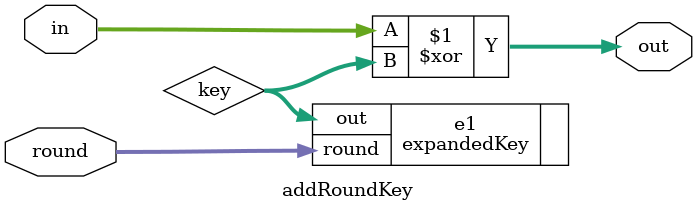
<source format=v>
`timescale 1ns / 1ps

module addRoundKey(
    input [127:0] in,
    input [3:0] round,
    output [127:0] out
    );
    
    wire [127:0] key;
    expandedKey e1(.round(round), .out(key));
    assign out = in^key;
endmodule

</source>
